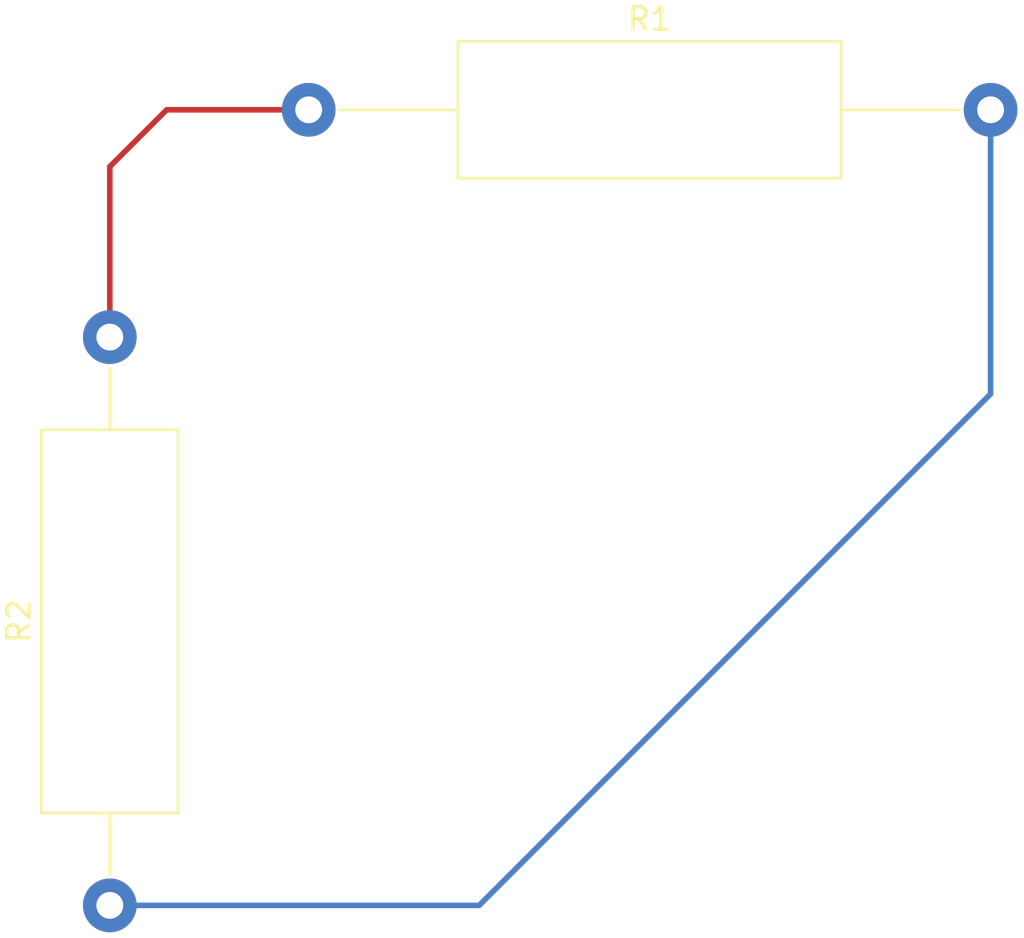
<source format=kicad_pcb>
(kicad_pcb (version 4) (host pcbnew 4.0.7)

  (general
    (links 2)
    (no_connects 0)
    (area 0 0 0 0)
    (thickness 1.6)
    (drawings 0)
    (tracks 6)
    (zones 0)
    (modules 2)
    (nets 3)
  )

  (page A4)
  (layers
    (0 F.Cu signal)
    (31 B.Cu signal)
    (32 B.Adhes user)
    (33 F.Adhes user)
    (34 B.Paste user)
    (35 F.Paste user)
    (36 B.SilkS user)
    (37 F.SilkS user)
    (38 B.Mask user)
    (39 F.Mask user)
    (40 Dwgs.User user)
    (41 Cmts.User user)
    (42 Eco1.User user)
    (43 Eco2.User user)
    (44 Edge.Cuts user)
    (45 Margin user)
    (46 B.CrtYd user)
    (47 F.CrtYd user)
    (48 B.Fab user)
    (49 F.Fab user)
  )

  (setup
    (last_trace_width 0.25)
    (trace_clearance 0.2)
    (zone_clearance 0.508)
    (zone_45_only no)
    (trace_min 0.2)
    (segment_width 0.2)
    (edge_width 0.15)
    (via_size 0.6)
    (via_drill 0.4)
    (via_min_size 0.4)
    (via_min_drill 0.3)
    (uvia_size 0.3)
    (uvia_drill 0.1)
    (uvias_allowed no)
    (uvia_min_size 0.2)
    (uvia_min_drill 0.1)
    (pcb_text_width 0.3)
    (pcb_text_size 1.5 1.5)
    (mod_edge_width 0.15)
    (mod_text_size 1 1)
    (mod_text_width 0.15)
    (pad_size 1.524 1.524)
    (pad_drill 0.762)
    (pad_to_mask_clearance 0.2)
    (aux_axis_origin 0 0)
    (visible_elements 7FFFFFFF)
    (pcbplotparams
      (layerselection 0x00030_80000001)
      (usegerberextensions false)
      (excludeedgelayer true)
      (linewidth 0.100000)
      (plotframeref false)
      (viasonmask false)
      (mode 1)
      (useauxorigin false)
      (hpglpennumber 1)
      (hpglpenspeed 20)
      (hpglpendiameter 15)
      (hpglpenoverlay 2)
      (psnegative false)
      (psa4output false)
      (plotreference true)
      (plotvalue true)
      (plotinvisibletext false)
      (padsonsilk false)
      (subtractmaskfromsilk false)
      (outputformat 1)
      (mirror false)
      (drillshape 1)
      (scaleselection 1)
      (outputdirectory ""))
  )

  (net 0 "")
  (net 1 "Net-(R1-Pad1)")
  (net 2 "Net-(R1-Pad2)")

  (net_class Default "This is the default net class."
    (clearance 0.2)
    (trace_width 0.25)
    (via_dia 0.6)
    (via_drill 0.4)
    (uvia_dia 0.3)
    (uvia_drill 0.1)
    (add_net "Net-(R1-Pad1)")
    (add_net "Net-(R1-Pad2)")
  )

  (module Resistors_THT:R_Axial_DIN0617_L17.0mm_D6.0mm_P30.48mm_Horizontal (layer F.Cu) (tedit 5874F706) (tstamp 5C145726)
    (at 121.92 86.36)
    (descr Resistor)
    (tags Resistor)
    (path /5C1455EE)
    (fp_text reference R1 (at 15.24 -4.06) (layer F.SilkS)
      (effects (font (size 1 1) (thickness 0.15)))
    )
    (fp_text value R (at 15.24 4.06) (layer F.Fab)
      (effects (font (size 1 1) (thickness 0.15)))
    )
    (fp_line (start 6.74 -3) (end 6.74 3) (layer F.Fab) (width 0.1))
    (fp_line (start 6.74 3) (end 23.74 3) (layer F.Fab) (width 0.1))
    (fp_line (start 23.74 3) (end 23.74 -3) (layer F.Fab) (width 0.1))
    (fp_line (start 23.74 -3) (end 6.74 -3) (layer F.Fab) (width 0.1))
    (fp_line (start 0 0) (end 6.74 0) (layer F.Fab) (width 0.1))
    (fp_line (start 30.48 0) (end 23.74 0) (layer F.Fab) (width 0.1))
    (fp_line (start 6.68 -3.06) (end 6.68 3.06) (layer F.SilkS) (width 0.12))
    (fp_line (start 6.68 3.06) (end 23.8 3.06) (layer F.SilkS) (width 0.12))
    (fp_line (start 23.8 3.06) (end 23.8 -3.06) (layer F.SilkS) (width 0.12))
    (fp_line (start 23.8 -3.06) (end 6.68 -3.06) (layer F.SilkS) (width 0.12))
    (fp_line (start 1.38 0) (end 6.68 0) (layer F.SilkS) (width 0.12))
    (fp_line (start 29.1 0) (end 23.8 0) (layer F.SilkS) (width 0.12))
    (fp_line (start -1.45 -3.35) (end -1.45 3.35) (layer F.CrtYd) (width 0.05))
    (fp_line (start -1.45 3.35) (end 31.95 3.35) (layer F.CrtYd) (width 0.05))
    (fp_line (start 31.95 3.35) (end 31.95 -3.35) (layer F.CrtYd) (width 0.05))
    (fp_line (start 31.95 -3.35) (end -1.45 -3.35) (layer F.CrtYd) (width 0.05))
    (pad 1 thru_hole circle (at 0 0) (size 2.4 2.4) (drill 1.2) (layers *.Cu *.Mask)
      (net 1 "Net-(R1-Pad1)"))
    (pad 2 thru_hole oval (at 30.48 0) (size 2.4 2.4) (drill 1.2) (layers *.Cu *.Mask)
      (net 2 "Net-(R1-Pad2)"))
    (model ${KISYS3DMOD}/Resistors_THT.3dshapes/R_Axial_DIN0617_L17.0mm_D6.0mm_P30.48mm_Horizontal.wrl
      (at (xyz 0 0 0))
      (scale (xyz 0.393701 0.393701 0.393701))
      (rotate (xyz 0 0 0))
    )
  )

  (module Resistors_THT:R_Axial_DIN0617_L17.0mm_D6.0mm_P25.40mm_Horizontal (layer F.Cu) (tedit 5874F706) (tstamp 5C15106E)
    (at 113.03 121.92 90)
    (descr "Resistor, Axial_DIN0617 series, Axial, Horizontal, pin pitch=25.4mm, 2W, length*diameter=17*6mm^2, http://www.vishay.com/docs/20128/wkxwrx.pdf")
    (tags "Resistor Axial_DIN0617 series Axial Horizontal pin pitch 25.4mm 2W length 17mm diameter 6mm")
    (path /5C145653)
    (fp_text reference R2 (at 12.7 -4.06 90) (layer F.SilkS)
      (effects (font (size 1 1) (thickness 0.15)))
    )
    (fp_text value R (at 12.7 4.06 90) (layer F.Fab)
      (effects (font (size 1 1) (thickness 0.15)))
    )
    (fp_line (start 4.2 -3) (end 4.2 3) (layer F.Fab) (width 0.1))
    (fp_line (start 4.2 3) (end 21.2 3) (layer F.Fab) (width 0.1))
    (fp_line (start 21.2 3) (end 21.2 -3) (layer F.Fab) (width 0.1))
    (fp_line (start 21.2 -3) (end 4.2 -3) (layer F.Fab) (width 0.1))
    (fp_line (start 0 0) (end 4.2 0) (layer F.Fab) (width 0.1))
    (fp_line (start 25.4 0) (end 21.2 0) (layer F.Fab) (width 0.1))
    (fp_line (start 4.14 -3.06) (end 4.14 3.06) (layer F.SilkS) (width 0.12))
    (fp_line (start 4.14 3.06) (end 21.26 3.06) (layer F.SilkS) (width 0.12))
    (fp_line (start 21.26 3.06) (end 21.26 -3.06) (layer F.SilkS) (width 0.12))
    (fp_line (start 21.26 -3.06) (end 4.14 -3.06) (layer F.SilkS) (width 0.12))
    (fp_line (start 1.38 0) (end 4.14 0) (layer F.SilkS) (width 0.12))
    (fp_line (start 24.02 0) (end 21.26 0) (layer F.SilkS) (width 0.12))
    (fp_line (start -1.45 -3.35) (end -1.45 3.35) (layer F.CrtYd) (width 0.05))
    (fp_line (start -1.45 3.35) (end 26.85 3.35) (layer F.CrtYd) (width 0.05))
    (fp_line (start 26.85 3.35) (end 26.85 -3.35) (layer F.CrtYd) (width 0.05))
    (fp_line (start 26.85 -3.35) (end -1.45 -3.35) (layer F.CrtYd) (width 0.05))
    (pad 1 thru_hole circle (at 0 0 90) (size 2.4 2.4) (drill 1.2) (layers *.Cu *.Mask)
      (net 2 "Net-(R1-Pad2)"))
    (pad 2 thru_hole oval (at 25.4 0 90) (size 2.4 2.4) (drill 1.2) (layers *.Cu *.Mask)
      (net 1 "Net-(R1-Pad1)"))
    (model ${KISYS3DMOD}/Resistors_THT.3dshapes/R_Axial_DIN0617_L17.0mm_D6.0mm_P25.40mm_Horizontal.wrl
      (at (xyz 0 0 0))
      (scale (xyz 0.393701 0.393701 0.393701))
      (rotate (xyz 0 0 0))
    )
  )

  (segment (start 113.03 96.52) (end 113.03 88.9) (width 0.25) (layer F.Cu) (net 1))
  (segment (start 115.57 86.36) (end 121.92 86.36) (width 0.25) (layer F.Cu) (net 1) (tstamp 5C151114))
  (segment (start 113.03 88.9) (end 115.57 86.36) (width 0.25) (layer F.Cu) (net 1) (tstamp 5C151111))
  (segment (start 113.03 121.92) (end 129.54 121.92) (width 0.25) (layer B.Cu) (net 2) (status 400000))
  (segment (start 152.4 99.06) (end 152.4 86.36) (width 0.25) (layer B.Cu) (net 2) (tstamp 5C16AF9E) (status 800000))
  (segment (start 129.54 121.92) (end 152.4 99.06) (width 0.25) (layer B.Cu) (net 2) (tstamp 5C16AF9B))

)

</source>
